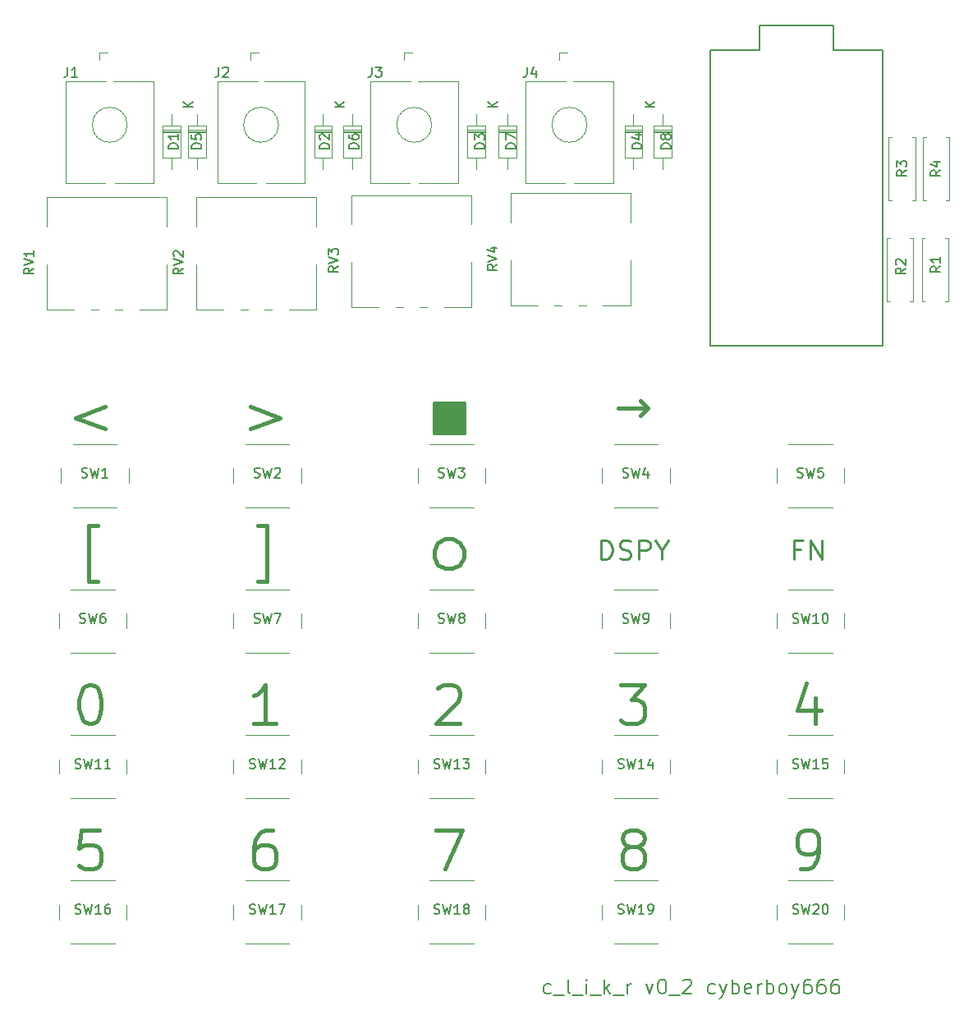
<source format=gbr>
G04 #@! TF.GenerationSoftware,KiCad,Pcbnew,(5.1.4-0-10_14)*
G04 #@! TF.CreationDate,2021-06-29T18:32:42+12:00*
G04 #@! TF.ProjectId,recur_control,72656375-725f-4636-9f6e-74726f6c2e6b,rev?*
G04 #@! TF.SameCoordinates,Original*
G04 #@! TF.FileFunction,Legend,Top*
G04 #@! TF.FilePolarity,Positive*
%FSLAX46Y46*%
G04 Gerber Fmt 4.6, Leading zero omitted, Abs format (unit mm)*
G04 Created by KiCad (PCBNEW (5.1.4-0-10_14)) date 2021-06-29 18:32:42*
%MOMM*%
%LPD*%
G04 APERTURE LIST*
%ADD10C,0.200000*%
%ADD11C,0.450000*%
%ADD12C,0.250000*%
%ADD13C,0.120000*%
%ADD14C,0.150000*%
G04 APERTURE END LIST*
D10*
X163464285Y-147607142D02*
X163321428Y-147678571D01*
X163035714Y-147678571D01*
X162892857Y-147607142D01*
X162821428Y-147535714D01*
X162750000Y-147392857D01*
X162750000Y-146964285D01*
X162821428Y-146821428D01*
X162892857Y-146750000D01*
X163035714Y-146678571D01*
X163321428Y-146678571D01*
X163464285Y-146750000D01*
X163750000Y-147821428D02*
X164892857Y-147821428D01*
X165464285Y-147678571D02*
X165321428Y-147607142D01*
X165250000Y-147464285D01*
X165250000Y-146178571D01*
X165678571Y-147821428D02*
X166821428Y-147821428D01*
X167178571Y-147678571D02*
X167178571Y-146678571D01*
X167178571Y-146178571D02*
X167107142Y-146250000D01*
X167178571Y-146321428D01*
X167250000Y-146250000D01*
X167178571Y-146178571D01*
X167178571Y-146321428D01*
X167535714Y-147821428D02*
X168678571Y-147821428D01*
X169035714Y-147678571D02*
X169035714Y-146178571D01*
X169178571Y-147107142D02*
X169607142Y-147678571D01*
X169607142Y-146678571D02*
X169035714Y-147250000D01*
X169892857Y-147821428D02*
X171035714Y-147821428D01*
X171392857Y-147678571D02*
X171392857Y-146678571D01*
X171392857Y-146964285D02*
X171464285Y-146821428D01*
X171535714Y-146750000D01*
X171678571Y-146678571D01*
X171821428Y-146678571D01*
X173321428Y-146678571D02*
X173678571Y-147678571D01*
X174035714Y-146678571D01*
X174892857Y-146178571D02*
X175035714Y-146178571D01*
X175178571Y-146250000D01*
X175250000Y-146321428D01*
X175321428Y-146464285D01*
X175392857Y-146750000D01*
X175392857Y-147107142D01*
X175321428Y-147392857D01*
X175250000Y-147535714D01*
X175178571Y-147607142D01*
X175035714Y-147678571D01*
X174892857Y-147678571D01*
X174750000Y-147607142D01*
X174678571Y-147535714D01*
X174607142Y-147392857D01*
X174535714Y-147107142D01*
X174535714Y-146750000D01*
X174607142Y-146464285D01*
X174678571Y-146321428D01*
X174750000Y-146250000D01*
X174892857Y-146178571D01*
X175678571Y-147821428D02*
X176821428Y-147821428D01*
X177107142Y-146321428D02*
X177178571Y-146250000D01*
X177321428Y-146178571D01*
X177678571Y-146178571D01*
X177821428Y-146250000D01*
X177892857Y-146321428D01*
X177964285Y-146464285D01*
X177964285Y-146607142D01*
X177892857Y-146821428D01*
X177035714Y-147678571D01*
X177964285Y-147678571D01*
X180392857Y-147607142D02*
X180250000Y-147678571D01*
X179964285Y-147678571D01*
X179821428Y-147607142D01*
X179750000Y-147535714D01*
X179678571Y-147392857D01*
X179678571Y-146964285D01*
X179750000Y-146821428D01*
X179821428Y-146750000D01*
X179964285Y-146678571D01*
X180250000Y-146678571D01*
X180392857Y-146750000D01*
X180892857Y-146678571D02*
X181250000Y-147678571D01*
X181607142Y-146678571D02*
X181250000Y-147678571D01*
X181107142Y-148035714D01*
X181035714Y-148107142D01*
X180892857Y-148178571D01*
X182178571Y-147678571D02*
X182178571Y-146178571D01*
X182178571Y-146750000D02*
X182321428Y-146678571D01*
X182607142Y-146678571D01*
X182750000Y-146750000D01*
X182821428Y-146821428D01*
X182892857Y-146964285D01*
X182892857Y-147392857D01*
X182821428Y-147535714D01*
X182750000Y-147607142D01*
X182607142Y-147678571D01*
X182321428Y-147678571D01*
X182178571Y-147607142D01*
X184107142Y-147607142D02*
X183964285Y-147678571D01*
X183678571Y-147678571D01*
X183535714Y-147607142D01*
X183464285Y-147464285D01*
X183464285Y-146892857D01*
X183535714Y-146750000D01*
X183678571Y-146678571D01*
X183964285Y-146678571D01*
X184107142Y-146750000D01*
X184178571Y-146892857D01*
X184178571Y-147035714D01*
X183464285Y-147178571D01*
X184821428Y-147678571D02*
X184821428Y-146678571D01*
X184821428Y-146964285D02*
X184892857Y-146821428D01*
X184964285Y-146750000D01*
X185107142Y-146678571D01*
X185250000Y-146678571D01*
X185750000Y-147678571D02*
X185750000Y-146178571D01*
X185750000Y-146750000D02*
X185892857Y-146678571D01*
X186178571Y-146678571D01*
X186321428Y-146750000D01*
X186392857Y-146821428D01*
X186464285Y-146964285D01*
X186464285Y-147392857D01*
X186392857Y-147535714D01*
X186321428Y-147607142D01*
X186178571Y-147678571D01*
X185892857Y-147678571D01*
X185750000Y-147607142D01*
X187321428Y-147678571D02*
X187178571Y-147607142D01*
X187107142Y-147535714D01*
X187035714Y-147392857D01*
X187035714Y-146964285D01*
X187107142Y-146821428D01*
X187178571Y-146750000D01*
X187321428Y-146678571D01*
X187535714Y-146678571D01*
X187678571Y-146750000D01*
X187750000Y-146821428D01*
X187821428Y-146964285D01*
X187821428Y-147392857D01*
X187750000Y-147535714D01*
X187678571Y-147607142D01*
X187535714Y-147678571D01*
X187321428Y-147678571D01*
X188321428Y-146678571D02*
X188678571Y-147678571D01*
X189035714Y-146678571D02*
X188678571Y-147678571D01*
X188535714Y-148035714D01*
X188464285Y-148107142D01*
X188321428Y-148178571D01*
X190250000Y-146178571D02*
X189964285Y-146178571D01*
X189821428Y-146250000D01*
X189750000Y-146321428D01*
X189607142Y-146535714D01*
X189535714Y-146821428D01*
X189535714Y-147392857D01*
X189607142Y-147535714D01*
X189678571Y-147607142D01*
X189821428Y-147678571D01*
X190107142Y-147678571D01*
X190250000Y-147607142D01*
X190321428Y-147535714D01*
X190392857Y-147392857D01*
X190392857Y-147035714D01*
X190321428Y-146892857D01*
X190250000Y-146821428D01*
X190107142Y-146750000D01*
X189821428Y-146750000D01*
X189678571Y-146821428D01*
X189607142Y-146892857D01*
X189535714Y-147035714D01*
X191678571Y-146178571D02*
X191392857Y-146178571D01*
X191250000Y-146250000D01*
X191178571Y-146321428D01*
X191035714Y-146535714D01*
X190964285Y-146821428D01*
X190964285Y-147392857D01*
X191035714Y-147535714D01*
X191107142Y-147607142D01*
X191250000Y-147678571D01*
X191535714Y-147678571D01*
X191678571Y-147607142D01*
X191750000Y-147535714D01*
X191821428Y-147392857D01*
X191821428Y-147035714D01*
X191750000Y-146892857D01*
X191678571Y-146821428D01*
X191535714Y-146750000D01*
X191250000Y-146750000D01*
X191107142Y-146821428D01*
X191035714Y-146892857D01*
X190964285Y-147035714D01*
X193107142Y-146178571D02*
X192821428Y-146178571D01*
X192678571Y-146250000D01*
X192607142Y-146321428D01*
X192464285Y-146535714D01*
X192392857Y-146821428D01*
X192392857Y-147392857D01*
X192464285Y-147535714D01*
X192535714Y-147607142D01*
X192678571Y-147678571D01*
X192964285Y-147678571D01*
X193107142Y-147607142D01*
X193178571Y-147535714D01*
X193250000Y-147392857D01*
X193250000Y-147035714D01*
X193178571Y-146892857D01*
X193107142Y-146821428D01*
X192964285Y-146750000D01*
X192678571Y-146750000D01*
X192535714Y-146821428D01*
X192464285Y-146892857D01*
X192392857Y-147035714D01*
D11*
X189238095Y-134809523D02*
X190000000Y-134809523D01*
X190380952Y-134619047D01*
X190571428Y-134428571D01*
X190952380Y-133857142D01*
X191142857Y-133095238D01*
X191142857Y-131571428D01*
X190952380Y-131190476D01*
X190761904Y-131000000D01*
X190380952Y-130809523D01*
X189619047Y-130809523D01*
X189238095Y-131000000D01*
X189047619Y-131190476D01*
X188857142Y-131571428D01*
X188857142Y-132523809D01*
X189047619Y-132904761D01*
X189238095Y-133095238D01*
X189619047Y-133285714D01*
X190380952Y-133285714D01*
X190761904Y-133095238D01*
X190952380Y-132904761D01*
X191142857Y-132523809D01*
X171619047Y-132523809D02*
X171238095Y-132333333D01*
X171047619Y-132142857D01*
X170857142Y-131761904D01*
X170857142Y-131571428D01*
X171047619Y-131190476D01*
X171238095Y-131000000D01*
X171619047Y-130809523D01*
X172380952Y-130809523D01*
X172761904Y-131000000D01*
X172952380Y-131190476D01*
X173142857Y-131571428D01*
X173142857Y-131761904D01*
X172952380Y-132142857D01*
X172761904Y-132333333D01*
X172380952Y-132523809D01*
X171619047Y-132523809D01*
X171238095Y-132714285D01*
X171047619Y-132904761D01*
X170857142Y-133285714D01*
X170857142Y-134047619D01*
X171047619Y-134428571D01*
X171238095Y-134619047D01*
X171619047Y-134809523D01*
X172380952Y-134809523D01*
X172761904Y-134619047D01*
X172952380Y-134428571D01*
X173142857Y-134047619D01*
X173142857Y-133285714D01*
X172952380Y-132904761D01*
X172761904Y-132714285D01*
X172380952Y-132523809D01*
X151666666Y-130809523D02*
X154333333Y-130809523D01*
X152619047Y-134809523D01*
X134761904Y-130809523D02*
X134000000Y-130809523D01*
X133619047Y-131000000D01*
X133428571Y-131190476D01*
X133047619Y-131761904D01*
X132857142Y-132523809D01*
X132857142Y-134047619D01*
X133047619Y-134428571D01*
X133238095Y-134619047D01*
X133619047Y-134809523D01*
X134380952Y-134809523D01*
X134761904Y-134619047D01*
X134952380Y-134428571D01*
X135142857Y-134047619D01*
X135142857Y-133095238D01*
X134952380Y-132714285D01*
X134761904Y-132523809D01*
X134380952Y-132333333D01*
X133619047Y-132333333D01*
X133238095Y-132523809D01*
X133047619Y-132714285D01*
X132857142Y-133095238D01*
X116952380Y-130809523D02*
X115047619Y-130809523D01*
X114857142Y-132714285D01*
X115047619Y-132523809D01*
X115428571Y-132333333D01*
X116380952Y-132333333D01*
X116761904Y-132523809D01*
X116952380Y-132714285D01*
X117142857Y-133095238D01*
X117142857Y-134047619D01*
X116952380Y-134428571D01*
X116761904Y-134619047D01*
X116380952Y-134809523D01*
X115428571Y-134809523D01*
X115047619Y-134619047D01*
X114857142Y-134428571D01*
X190761904Y-117142857D02*
X190761904Y-119809523D01*
X189809523Y-115619047D02*
X188857142Y-118476190D01*
X191333333Y-118476190D01*
X170666666Y-115809523D02*
X173142857Y-115809523D01*
X171809523Y-117333333D01*
X172380952Y-117333333D01*
X172761904Y-117523809D01*
X172952380Y-117714285D01*
X173142857Y-118095238D01*
X173142857Y-119047619D01*
X172952380Y-119428571D01*
X172761904Y-119619047D01*
X172380952Y-119809523D01*
X171238095Y-119809523D01*
X170857142Y-119619047D01*
X170666666Y-119428571D01*
X151857142Y-116190476D02*
X152047619Y-116000000D01*
X152428571Y-115809523D01*
X153380952Y-115809523D01*
X153761904Y-116000000D01*
X153952380Y-116190476D01*
X154142857Y-116571428D01*
X154142857Y-116952380D01*
X153952380Y-117523809D01*
X151666666Y-119809523D01*
X154142857Y-119809523D01*
X135142857Y-119809523D02*
X132857142Y-119809523D01*
X134000000Y-119809523D02*
X134000000Y-115809523D01*
X133619047Y-116380952D01*
X133238095Y-116761904D01*
X132857142Y-116952380D01*
X115809523Y-115809523D02*
X116190476Y-115809523D01*
X116571428Y-116000000D01*
X116761904Y-116190476D01*
X116952380Y-116571428D01*
X117142857Y-117333333D01*
X117142857Y-118285714D01*
X116952380Y-119047619D01*
X116761904Y-119428571D01*
X116571428Y-119619047D01*
X116190476Y-119809523D01*
X115809523Y-119809523D01*
X115428571Y-119619047D01*
X115238095Y-119428571D01*
X115047619Y-119047619D01*
X114857142Y-118285714D01*
X114857142Y-117333333D01*
X115047619Y-116571428D01*
X115238095Y-116190476D01*
X115428571Y-116000000D01*
X115809523Y-115809523D01*
D12*
X189238095Y-101857142D02*
X188571428Y-101857142D01*
X188571428Y-102904761D02*
X188571428Y-100904761D01*
X189523809Y-100904761D01*
X190285714Y-102904761D02*
X190285714Y-100904761D01*
X191428571Y-102904761D01*
X191428571Y-100904761D01*
X168666666Y-102904761D02*
X168666666Y-100904761D01*
X169142857Y-100904761D01*
X169428571Y-101000000D01*
X169619047Y-101190476D01*
X169714285Y-101380952D01*
X169809523Y-101761904D01*
X169809523Y-102047619D01*
X169714285Y-102428571D01*
X169619047Y-102619047D01*
X169428571Y-102809523D01*
X169142857Y-102904761D01*
X168666666Y-102904761D01*
X170571428Y-102809523D02*
X170857142Y-102904761D01*
X171333333Y-102904761D01*
X171523809Y-102809523D01*
X171619047Y-102714285D01*
X171714285Y-102523809D01*
X171714285Y-102333333D01*
X171619047Y-102142857D01*
X171523809Y-102047619D01*
X171333333Y-101952380D01*
X170952380Y-101857142D01*
X170761904Y-101761904D01*
X170666666Y-101666666D01*
X170571428Y-101476190D01*
X170571428Y-101285714D01*
X170666666Y-101095238D01*
X170761904Y-101000000D01*
X170952380Y-100904761D01*
X171428571Y-100904761D01*
X171714285Y-101000000D01*
X172571428Y-102904761D02*
X172571428Y-100904761D01*
X173333333Y-100904761D01*
X173523809Y-101000000D01*
X173619047Y-101095238D01*
X173714285Y-101285714D01*
X173714285Y-101571428D01*
X173619047Y-101761904D01*
X173523809Y-101857142D01*
X173333333Y-101952380D01*
X172571428Y-101952380D01*
X174952380Y-101952380D02*
X174952380Y-102904761D01*
X174285714Y-100904761D02*
X174952380Y-101952380D01*
X175619047Y-100904761D01*
D11*
X152619047Y-100761904D02*
X153380952Y-100761904D01*
X154142857Y-101142857D01*
X154523809Y-101904761D01*
X154523809Y-102666666D01*
X154142857Y-103428571D01*
X153380952Y-103809523D01*
X152619047Y-103809523D01*
X151857142Y-103428571D01*
X151476190Y-102666666D01*
X151476190Y-101904761D01*
X151857142Y-101142857D01*
X152619047Y-100761904D01*
X133238095Y-105142857D02*
X134190476Y-105142857D01*
X134190476Y-99428571D01*
X133238095Y-99428571D01*
X116761904Y-105142857D02*
X115809523Y-105142857D01*
X115809523Y-99428571D01*
X116761904Y-99428571D01*
X170476190Y-87285714D02*
X173523809Y-87285714D01*
X172761904Y-88047619D02*
X173523809Y-87285714D01*
X172761904Y-86523809D01*
X151666666Y-86761904D02*
X151666666Y-89809523D01*
X151857142Y-89809523D02*
X151857142Y-86761904D01*
X152047619Y-86761904D02*
X152047619Y-89809523D01*
X152238095Y-89809523D02*
X152238095Y-86761904D01*
X152428571Y-86761904D02*
X152428571Y-89809523D01*
X152619047Y-89809523D02*
X152619047Y-86761904D01*
X152809523Y-86761904D02*
X152809523Y-89809523D01*
X153000000Y-89809523D02*
X153000000Y-86761904D01*
X153190476Y-86761904D02*
X153190476Y-89809523D01*
X153380952Y-89809523D02*
X153380952Y-86761904D01*
X153571428Y-86761904D02*
X153571428Y-89809523D01*
X153761904Y-89809523D02*
X153761904Y-86761904D01*
X153952380Y-86761904D02*
X153952380Y-89809523D01*
X154142857Y-89809523D02*
X154142857Y-86761904D01*
X154333333Y-86761904D02*
X154333333Y-89809523D01*
X151476190Y-86761904D02*
X154523809Y-86761904D01*
X154523809Y-89809523D01*
X151476190Y-89809523D01*
X151476190Y-86761904D01*
X132476190Y-87142857D02*
X135523809Y-88285714D01*
X132476190Y-89428571D01*
X117523809Y-87142857D02*
X114476190Y-88285714D01*
X117523809Y-89428571D01*
D13*
X125320000Y-58626000D02*
X123480000Y-58626000D01*
X125320000Y-58866000D02*
X123480000Y-58866000D01*
X125320000Y-58746000D02*
X123480000Y-58746000D01*
X124400000Y-62630000D02*
X124400000Y-61450000D01*
X124400000Y-56990000D02*
X124400000Y-58170000D01*
X125320000Y-61450000D02*
X125320000Y-58170000D01*
X123480000Y-61450000D02*
X125320000Y-61450000D01*
X123480000Y-58170000D02*
X123480000Y-61450000D01*
X125320000Y-58170000D02*
X123480000Y-58170000D01*
X140920000Y-58626000D02*
X139080000Y-58626000D01*
X140920000Y-58866000D02*
X139080000Y-58866000D01*
X140920000Y-58746000D02*
X139080000Y-58746000D01*
X140000000Y-62630000D02*
X140000000Y-61450000D01*
X140000000Y-56990000D02*
X140000000Y-58170000D01*
X140920000Y-61450000D02*
X140920000Y-58170000D01*
X139080000Y-61450000D02*
X140920000Y-61450000D01*
X139080000Y-58170000D02*
X139080000Y-61450000D01*
X140920000Y-58170000D02*
X139080000Y-58170000D01*
X156720000Y-58626000D02*
X154880000Y-58626000D01*
X156720000Y-58866000D02*
X154880000Y-58866000D01*
X156720000Y-58746000D02*
X154880000Y-58746000D01*
X155800000Y-62630000D02*
X155800000Y-61450000D01*
X155800000Y-56990000D02*
X155800000Y-58170000D01*
X156720000Y-61450000D02*
X156720000Y-58170000D01*
X154880000Y-61450000D02*
X156720000Y-61450000D01*
X154880000Y-58170000D02*
X154880000Y-61450000D01*
X156720000Y-58170000D02*
X154880000Y-58170000D01*
X172920000Y-58626000D02*
X171080000Y-58626000D01*
X172920000Y-58866000D02*
X171080000Y-58866000D01*
X172920000Y-58746000D02*
X171080000Y-58746000D01*
X172000000Y-62630000D02*
X172000000Y-61450000D01*
X172000000Y-56990000D02*
X172000000Y-58170000D01*
X172920000Y-61450000D02*
X172920000Y-58170000D01*
X171080000Y-61450000D02*
X172920000Y-61450000D01*
X171080000Y-58170000D02*
X171080000Y-61450000D01*
X172920000Y-58170000D02*
X171080000Y-58170000D01*
X127920000Y-58626000D02*
X126080000Y-58626000D01*
X127920000Y-58866000D02*
X126080000Y-58866000D01*
X127920000Y-58746000D02*
X126080000Y-58746000D01*
X127000000Y-62630000D02*
X127000000Y-61450000D01*
X127000000Y-56990000D02*
X127000000Y-58170000D01*
X127920000Y-61450000D02*
X127920000Y-58170000D01*
X126080000Y-61450000D02*
X127920000Y-61450000D01*
X126080000Y-58170000D02*
X126080000Y-61450000D01*
X127920000Y-58170000D02*
X126080000Y-58170000D01*
X143920000Y-58626000D02*
X142080000Y-58626000D01*
X143920000Y-58866000D02*
X142080000Y-58866000D01*
X143920000Y-58746000D02*
X142080000Y-58746000D01*
X143000000Y-62630000D02*
X143000000Y-61450000D01*
X143000000Y-56990000D02*
X143000000Y-58170000D01*
X143920000Y-61450000D02*
X143920000Y-58170000D01*
X142080000Y-61450000D02*
X143920000Y-61450000D01*
X142080000Y-58170000D02*
X142080000Y-61450000D01*
X143920000Y-58170000D02*
X142080000Y-58170000D01*
X159920000Y-58626000D02*
X158080000Y-58626000D01*
X159920000Y-58866000D02*
X158080000Y-58866000D01*
X159920000Y-58746000D02*
X158080000Y-58746000D01*
X159000000Y-62630000D02*
X159000000Y-61450000D01*
X159000000Y-56990000D02*
X159000000Y-58170000D01*
X159920000Y-61450000D02*
X159920000Y-58170000D01*
X158080000Y-61450000D02*
X159920000Y-61450000D01*
X158080000Y-58170000D02*
X158080000Y-61450000D01*
X159920000Y-58170000D02*
X158080000Y-58170000D01*
X175920000Y-58626000D02*
X174080000Y-58626000D01*
X175920000Y-58866000D02*
X174080000Y-58866000D01*
X175920000Y-58746000D02*
X174080000Y-58746000D01*
X175000000Y-62630000D02*
X175000000Y-61450000D01*
X175000000Y-56990000D02*
X175000000Y-58170000D01*
X175920000Y-61450000D02*
X175920000Y-58170000D01*
X174080000Y-61450000D02*
X175920000Y-61450000D01*
X174080000Y-58170000D02*
X174080000Y-61450000D01*
X175920000Y-58170000D02*
X174080000Y-58170000D01*
X116940000Y-50600000D02*
X117800000Y-50600000D01*
X116940000Y-50600000D02*
X116940000Y-51400000D01*
X119800000Y-58080000D02*
G75*
G03X119800000Y-58080000I-1800000J0D01*
G01*
X117650000Y-53580000D02*
X113500000Y-53580000D01*
X122500000Y-53580000D02*
X118350000Y-53580000D01*
X117500000Y-64080000D02*
X113500000Y-64080000D01*
X122500000Y-64080000D02*
X118500000Y-64080000D01*
X122500000Y-53580000D02*
X122500000Y-64080000D01*
X113500000Y-53580000D02*
X113500000Y-64080000D01*
X132540000Y-50600000D02*
X133400000Y-50600000D01*
X132540000Y-50600000D02*
X132540000Y-51400000D01*
X135400000Y-58080000D02*
G75*
G03X135400000Y-58080000I-1800000J0D01*
G01*
X133250000Y-53580000D02*
X129100000Y-53580000D01*
X138100000Y-53580000D02*
X133950000Y-53580000D01*
X133100000Y-64080000D02*
X129100000Y-64080000D01*
X138100000Y-64080000D02*
X134100000Y-64080000D01*
X138100000Y-53580000D02*
X138100000Y-64080000D01*
X129100000Y-53580000D02*
X129100000Y-64080000D01*
X148340000Y-50600000D02*
X149200000Y-50600000D01*
X148340000Y-50600000D02*
X148340000Y-51400000D01*
X151200000Y-58080000D02*
G75*
G03X151200000Y-58080000I-1800000J0D01*
G01*
X149050000Y-53580000D02*
X144900000Y-53580000D01*
X153900000Y-53580000D02*
X149750000Y-53580000D01*
X148900000Y-64080000D02*
X144900000Y-64080000D01*
X153900000Y-64080000D02*
X149900000Y-64080000D01*
X153900000Y-53580000D02*
X153900000Y-64080000D01*
X144900000Y-53580000D02*
X144900000Y-64080000D01*
X164340000Y-50600000D02*
X165200000Y-50600000D01*
X164340000Y-50600000D02*
X164340000Y-51400000D01*
X167200000Y-58080000D02*
G75*
G03X167200000Y-58080000I-1800000J0D01*
G01*
X165050000Y-53580000D02*
X160900000Y-53580000D01*
X169900000Y-53580000D02*
X165750000Y-53580000D01*
X164900000Y-64080000D02*
X160900000Y-64080000D01*
X169900000Y-64080000D02*
X165900000Y-64080000D01*
X169900000Y-53580000D02*
X169900000Y-64080000D01*
X160900000Y-53580000D02*
X160900000Y-64080000D01*
X111530000Y-65530000D02*
X123870000Y-65530000D01*
X121070000Y-77120000D02*
X123870000Y-77120000D01*
X118571000Y-77120000D02*
X119330000Y-77120000D01*
X116071000Y-77120000D02*
X116830000Y-77120000D01*
X111530000Y-77120000D02*
X114329000Y-77120000D01*
X123870000Y-68545000D02*
X123870000Y-65530000D01*
X123870000Y-77120000D02*
X123870000Y-72454000D01*
X111530000Y-68545000D02*
X111530000Y-65530000D01*
X111530000Y-77120000D02*
X111530000Y-72454000D01*
X126930000Y-65530000D02*
X139270000Y-65530000D01*
X136470000Y-77120000D02*
X139270000Y-77120000D01*
X133971000Y-77120000D02*
X134730000Y-77120000D01*
X131471000Y-77120000D02*
X132230000Y-77120000D01*
X126930000Y-77120000D02*
X129729000Y-77120000D01*
X139270000Y-68545000D02*
X139270000Y-65530000D01*
X139270000Y-77120000D02*
X139270000Y-72454000D01*
X126930000Y-68545000D02*
X126930000Y-65530000D01*
X126930000Y-77120000D02*
X126930000Y-72454000D01*
X142930000Y-65330000D02*
X155270000Y-65330000D01*
X152470000Y-76920000D02*
X155270000Y-76920000D01*
X149971000Y-76920000D02*
X150730000Y-76920000D01*
X147471000Y-76920000D02*
X148230000Y-76920000D01*
X142930000Y-76920000D02*
X145729000Y-76920000D01*
X155270000Y-68345000D02*
X155270000Y-65330000D01*
X155270000Y-76920000D02*
X155270000Y-72254000D01*
X142930000Y-68345000D02*
X142930000Y-65330000D01*
X142930000Y-76920000D02*
X142930000Y-72254000D01*
X159330000Y-65130000D02*
X171670000Y-65130000D01*
X168870000Y-76720000D02*
X171670000Y-76720000D01*
X166371000Y-76720000D02*
X167130000Y-76720000D01*
X163871000Y-76720000D02*
X164630000Y-76720000D01*
X159330000Y-76720000D02*
X162129000Y-76720000D01*
X171670000Y-68145000D02*
X171670000Y-65130000D01*
X171670000Y-76720000D02*
X171670000Y-72054000D01*
X159330000Y-68145000D02*
X159330000Y-65130000D01*
X159330000Y-76720000D02*
X159330000Y-72054000D01*
X119950000Y-95000000D02*
X119950000Y-93500000D01*
X118700000Y-91000000D02*
X114200000Y-91000000D01*
X112950000Y-93500000D02*
X112950000Y-95000000D01*
X114200000Y-97500000D02*
X118700000Y-97500000D01*
X137750000Y-95000000D02*
X137750000Y-93500000D01*
X136500000Y-91000000D02*
X132000000Y-91000000D01*
X130750000Y-93500000D02*
X130750000Y-95000000D01*
X132000000Y-97500000D02*
X136500000Y-97500000D01*
X156750000Y-95000000D02*
X156750000Y-93500000D01*
X155500000Y-91000000D02*
X151000000Y-91000000D01*
X149750000Y-93500000D02*
X149750000Y-95000000D01*
X151000000Y-97500000D02*
X155500000Y-97500000D01*
X175750000Y-95000000D02*
X175750000Y-93500000D01*
X174500000Y-91000000D02*
X170000000Y-91000000D01*
X168750000Y-93500000D02*
X168750000Y-95000000D01*
X170000000Y-97500000D02*
X174500000Y-97500000D01*
X193750000Y-95000000D02*
X193750000Y-93500000D01*
X192500000Y-91000000D02*
X188000000Y-91000000D01*
X186750000Y-93500000D02*
X186750000Y-95000000D01*
X188000000Y-97500000D02*
X192500000Y-97500000D01*
X119750000Y-110000000D02*
X119750000Y-108500000D01*
X118500000Y-106000000D02*
X114000000Y-106000000D01*
X112750000Y-108500000D02*
X112750000Y-110000000D01*
X114000000Y-112500000D02*
X118500000Y-112500000D01*
X137750000Y-110000000D02*
X137750000Y-108500000D01*
X136500000Y-106000000D02*
X132000000Y-106000000D01*
X130750000Y-108500000D02*
X130750000Y-110000000D01*
X132000000Y-112500000D02*
X136500000Y-112500000D01*
X156750000Y-110000000D02*
X156750000Y-108500000D01*
X155500000Y-106000000D02*
X151000000Y-106000000D01*
X149750000Y-108500000D02*
X149750000Y-110000000D01*
X151000000Y-112500000D02*
X155500000Y-112500000D01*
X175750000Y-110000000D02*
X175750000Y-108500000D01*
X174500000Y-106000000D02*
X170000000Y-106000000D01*
X168750000Y-108500000D02*
X168750000Y-110000000D01*
X170000000Y-112500000D02*
X174500000Y-112500000D01*
X193750000Y-110000000D02*
X193750000Y-108500000D01*
X192500000Y-106000000D02*
X188000000Y-106000000D01*
X186750000Y-108500000D02*
X186750000Y-110000000D01*
X188000000Y-112500000D02*
X192500000Y-112500000D01*
X119750000Y-125000000D02*
X119750000Y-123500000D01*
X118500000Y-121000000D02*
X114000000Y-121000000D01*
X112750000Y-123500000D02*
X112750000Y-125000000D01*
X114000000Y-127500000D02*
X118500000Y-127500000D01*
X137750000Y-125000000D02*
X137750000Y-123500000D01*
X136500000Y-121000000D02*
X132000000Y-121000000D01*
X130750000Y-123500000D02*
X130750000Y-125000000D01*
X132000000Y-127500000D02*
X136500000Y-127500000D01*
X156750000Y-125000000D02*
X156750000Y-123500000D01*
X155500000Y-121000000D02*
X151000000Y-121000000D01*
X149750000Y-123500000D02*
X149750000Y-125000000D01*
X151000000Y-127500000D02*
X155500000Y-127500000D01*
X175750000Y-125000000D02*
X175750000Y-123500000D01*
X174500000Y-121000000D02*
X170000000Y-121000000D01*
X168750000Y-123500000D02*
X168750000Y-125000000D01*
X170000000Y-127500000D02*
X174500000Y-127500000D01*
X193750000Y-125000000D02*
X193750000Y-123500000D01*
X192500000Y-121000000D02*
X188000000Y-121000000D01*
X186750000Y-123500000D02*
X186750000Y-125000000D01*
X188000000Y-127500000D02*
X192500000Y-127500000D01*
X119750000Y-140000000D02*
X119750000Y-138500000D01*
X118500000Y-136000000D02*
X114000000Y-136000000D01*
X112750000Y-138500000D02*
X112750000Y-140000000D01*
X114000000Y-142500000D02*
X118500000Y-142500000D01*
X137750000Y-140000000D02*
X137750000Y-138500000D01*
X136500000Y-136000000D02*
X132000000Y-136000000D01*
X130750000Y-138500000D02*
X130750000Y-140000000D01*
X132000000Y-142500000D02*
X136500000Y-142500000D01*
X156750000Y-140000000D02*
X156750000Y-138500000D01*
X155500000Y-136000000D02*
X151000000Y-136000000D01*
X149750000Y-138500000D02*
X149750000Y-140000000D01*
X151000000Y-142500000D02*
X155500000Y-142500000D01*
X175750000Y-140000000D02*
X175750000Y-138500000D01*
X174500000Y-136000000D02*
X170000000Y-136000000D01*
X168750000Y-138500000D02*
X168750000Y-140000000D01*
X170000000Y-142500000D02*
X174500000Y-142500000D01*
X193750000Y-140000000D02*
X193750000Y-138500000D01*
X192500000Y-136000000D02*
X188000000Y-136000000D01*
X186750000Y-138500000D02*
X186750000Y-140000000D01*
X188000000Y-142500000D02*
X192500000Y-142500000D01*
D14*
X197690000Y-80840000D02*
X179910000Y-80840000D01*
X197690000Y-50360000D02*
X197690000Y-80840000D01*
X192610000Y-50360000D02*
X197690000Y-50360000D01*
X192610000Y-47820000D02*
X192610000Y-50360000D01*
X184990000Y-47820000D02*
X192610000Y-47820000D01*
X184990000Y-50360000D02*
X184990000Y-47820000D01*
X179910000Y-50360000D02*
X184990000Y-50360000D01*
X179910000Y-50360000D02*
X179910000Y-80840000D01*
D13*
X201730000Y-76280000D02*
X202060000Y-76280000D01*
X201730000Y-69740000D02*
X201730000Y-76280000D01*
X202060000Y-69740000D02*
X201730000Y-69740000D01*
X204470000Y-76280000D02*
X204140000Y-76280000D01*
X204470000Y-69740000D02*
X204470000Y-76280000D01*
X204140000Y-69740000D02*
X204470000Y-69740000D01*
X200540000Y-69740000D02*
X200870000Y-69740000D01*
X200870000Y-69740000D02*
X200870000Y-76280000D01*
X200870000Y-76280000D02*
X200540000Y-76280000D01*
X198460000Y-69740000D02*
X198130000Y-69740000D01*
X198130000Y-69740000D02*
X198130000Y-76280000D01*
X198130000Y-76280000D02*
X198460000Y-76280000D01*
X201070000Y-59320000D02*
X200740000Y-59320000D01*
X201070000Y-65860000D02*
X201070000Y-59320000D01*
X200740000Y-65860000D02*
X201070000Y-65860000D01*
X198330000Y-59320000D02*
X198660000Y-59320000D01*
X198330000Y-65860000D02*
X198330000Y-59320000D01*
X198660000Y-65860000D02*
X198330000Y-65860000D01*
X202160000Y-65860000D02*
X201830000Y-65860000D01*
X201830000Y-65860000D02*
X201830000Y-59320000D01*
X201830000Y-59320000D02*
X202160000Y-59320000D01*
X204240000Y-65860000D02*
X204570000Y-65860000D01*
X204570000Y-65860000D02*
X204570000Y-59320000D01*
X204570000Y-59320000D02*
X204240000Y-59320000D01*
D14*
X125052380Y-60548095D02*
X124052380Y-60548095D01*
X124052380Y-60310000D01*
X124100000Y-60167142D01*
X124195238Y-60071904D01*
X124290476Y-60024285D01*
X124480952Y-59976666D01*
X124623809Y-59976666D01*
X124814285Y-60024285D01*
X124909523Y-60071904D01*
X125004761Y-60167142D01*
X125052380Y-60310000D01*
X125052380Y-60548095D01*
X125052380Y-59024285D02*
X125052380Y-59595714D01*
X125052380Y-59310000D02*
X124052380Y-59310000D01*
X124195238Y-59405238D01*
X124290476Y-59500476D01*
X124338095Y-59595714D01*
X126602380Y-56261904D02*
X125602380Y-56261904D01*
X126602380Y-55690476D02*
X126030952Y-56119047D01*
X125602380Y-55690476D02*
X126173809Y-56261904D01*
X140652380Y-60548095D02*
X139652380Y-60548095D01*
X139652380Y-60310000D01*
X139700000Y-60167142D01*
X139795238Y-60071904D01*
X139890476Y-60024285D01*
X140080952Y-59976666D01*
X140223809Y-59976666D01*
X140414285Y-60024285D01*
X140509523Y-60071904D01*
X140604761Y-60167142D01*
X140652380Y-60310000D01*
X140652380Y-60548095D01*
X139747619Y-59595714D02*
X139700000Y-59548095D01*
X139652380Y-59452857D01*
X139652380Y-59214761D01*
X139700000Y-59119523D01*
X139747619Y-59071904D01*
X139842857Y-59024285D01*
X139938095Y-59024285D01*
X140080952Y-59071904D01*
X140652380Y-59643333D01*
X140652380Y-59024285D01*
X142202380Y-56261904D02*
X141202380Y-56261904D01*
X142202380Y-55690476D02*
X141630952Y-56119047D01*
X141202380Y-55690476D02*
X141773809Y-56261904D01*
X156652380Y-60538095D02*
X155652380Y-60538095D01*
X155652380Y-60300000D01*
X155700000Y-60157142D01*
X155795238Y-60061904D01*
X155890476Y-60014285D01*
X156080952Y-59966666D01*
X156223809Y-59966666D01*
X156414285Y-60014285D01*
X156509523Y-60061904D01*
X156604761Y-60157142D01*
X156652380Y-60300000D01*
X156652380Y-60538095D01*
X155652380Y-59633333D02*
X155652380Y-59014285D01*
X156033333Y-59347619D01*
X156033333Y-59204761D01*
X156080952Y-59109523D01*
X156128571Y-59061904D01*
X156223809Y-59014285D01*
X156461904Y-59014285D01*
X156557142Y-59061904D01*
X156604761Y-59109523D01*
X156652380Y-59204761D01*
X156652380Y-59490476D01*
X156604761Y-59585714D01*
X156557142Y-59633333D01*
X158002380Y-56261904D02*
X157002380Y-56261904D01*
X158002380Y-55690476D02*
X157430952Y-56119047D01*
X157002380Y-55690476D02*
X157573809Y-56261904D01*
X172852380Y-60538095D02*
X171852380Y-60538095D01*
X171852380Y-60300000D01*
X171900000Y-60157142D01*
X171995238Y-60061904D01*
X172090476Y-60014285D01*
X172280952Y-59966666D01*
X172423809Y-59966666D01*
X172614285Y-60014285D01*
X172709523Y-60061904D01*
X172804761Y-60157142D01*
X172852380Y-60300000D01*
X172852380Y-60538095D01*
X172185714Y-59109523D02*
X172852380Y-59109523D01*
X171804761Y-59347619D02*
X172519047Y-59585714D01*
X172519047Y-58966666D01*
X174202380Y-56261904D02*
X173202380Y-56261904D01*
X174202380Y-55690476D02*
X173630952Y-56119047D01*
X173202380Y-55690476D02*
X173773809Y-56261904D01*
X127452380Y-60548095D02*
X126452380Y-60548095D01*
X126452380Y-60310000D01*
X126500000Y-60167142D01*
X126595238Y-60071904D01*
X126690476Y-60024285D01*
X126880952Y-59976666D01*
X127023809Y-59976666D01*
X127214285Y-60024285D01*
X127309523Y-60071904D01*
X127404761Y-60167142D01*
X127452380Y-60310000D01*
X127452380Y-60548095D01*
X126452380Y-59071904D02*
X126452380Y-59548095D01*
X126928571Y-59595714D01*
X126880952Y-59548095D01*
X126833333Y-59452857D01*
X126833333Y-59214761D01*
X126880952Y-59119523D01*
X126928571Y-59071904D01*
X127023809Y-59024285D01*
X127261904Y-59024285D01*
X127357142Y-59071904D01*
X127404761Y-59119523D01*
X127452380Y-59214761D01*
X127452380Y-59452857D01*
X127404761Y-59548095D01*
X127357142Y-59595714D01*
X143652380Y-60548095D02*
X142652380Y-60548095D01*
X142652380Y-60310000D01*
X142700000Y-60167142D01*
X142795238Y-60071904D01*
X142890476Y-60024285D01*
X143080952Y-59976666D01*
X143223809Y-59976666D01*
X143414285Y-60024285D01*
X143509523Y-60071904D01*
X143604761Y-60167142D01*
X143652380Y-60310000D01*
X143652380Y-60548095D01*
X142652380Y-59119523D02*
X142652380Y-59310000D01*
X142700000Y-59405238D01*
X142747619Y-59452857D01*
X142890476Y-59548095D01*
X143080952Y-59595714D01*
X143461904Y-59595714D01*
X143557142Y-59548095D01*
X143604761Y-59500476D01*
X143652380Y-59405238D01*
X143652380Y-59214761D01*
X143604761Y-59119523D01*
X143557142Y-59071904D01*
X143461904Y-59024285D01*
X143223809Y-59024285D01*
X143128571Y-59071904D01*
X143080952Y-59119523D01*
X143033333Y-59214761D01*
X143033333Y-59405238D01*
X143080952Y-59500476D01*
X143128571Y-59548095D01*
X143223809Y-59595714D01*
X159852380Y-60538095D02*
X158852380Y-60538095D01*
X158852380Y-60300000D01*
X158900000Y-60157142D01*
X158995238Y-60061904D01*
X159090476Y-60014285D01*
X159280952Y-59966666D01*
X159423809Y-59966666D01*
X159614285Y-60014285D01*
X159709523Y-60061904D01*
X159804761Y-60157142D01*
X159852380Y-60300000D01*
X159852380Y-60538095D01*
X158852380Y-59633333D02*
X158852380Y-58966666D01*
X159852380Y-59395238D01*
X175852380Y-60548095D02*
X174852380Y-60548095D01*
X174852380Y-60310000D01*
X174900000Y-60167142D01*
X174995238Y-60071904D01*
X175090476Y-60024285D01*
X175280952Y-59976666D01*
X175423809Y-59976666D01*
X175614285Y-60024285D01*
X175709523Y-60071904D01*
X175804761Y-60167142D01*
X175852380Y-60310000D01*
X175852380Y-60548095D01*
X175280952Y-59405238D02*
X175233333Y-59500476D01*
X175185714Y-59548095D01*
X175090476Y-59595714D01*
X175042857Y-59595714D01*
X174947619Y-59548095D01*
X174900000Y-59500476D01*
X174852380Y-59405238D01*
X174852380Y-59214761D01*
X174900000Y-59119523D01*
X174947619Y-59071904D01*
X175042857Y-59024285D01*
X175090476Y-59024285D01*
X175185714Y-59071904D01*
X175233333Y-59119523D01*
X175280952Y-59214761D01*
X175280952Y-59405238D01*
X175328571Y-59500476D01*
X175376190Y-59548095D01*
X175471428Y-59595714D01*
X175661904Y-59595714D01*
X175757142Y-59548095D01*
X175804761Y-59500476D01*
X175852380Y-59405238D01*
X175852380Y-59214761D01*
X175804761Y-59119523D01*
X175757142Y-59071904D01*
X175661904Y-59024285D01*
X175471428Y-59024285D01*
X175376190Y-59071904D01*
X175328571Y-59119523D01*
X175280952Y-59214761D01*
X113636666Y-52132380D02*
X113636666Y-52846666D01*
X113589047Y-52989523D01*
X113493809Y-53084761D01*
X113350952Y-53132380D01*
X113255714Y-53132380D01*
X114636666Y-53132380D02*
X114065238Y-53132380D01*
X114350952Y-53132380D02*
X114350952Y-52132380D01*
X114255714Y-52275238D01*
X114160476Y-52370476D01*
X114065238Y-52418095D01*
X129236666Y-52132380D02*
X129236666Y-52846666D01*
X129189047Y-52989523D01*
X129093809Y-53084761D01*
X128950952Y-53132380D01*
X128855714Y-53132380D01*
X129665238Y-52227619D02*
X129712857Y-52180000D01*
X129808095Y-52132380D01*
X130046190Y-52132380D01*
X130141428Y-52180000D01*
X130189047Y-52227619D01*
X130236666Y-52322857D01*
X130236666Y-52418095D01*
X130189047Y-52560952D01*
X129617619Y-53132380D01*
X130236666Y-53132380D01*
X145036666Y-52132380D02*
X145036666Y-52846666D01*
X144989047Y-52989523D01*
X144893809Y-53084761D01*
X144750952Y-53132380D01*
X144655714Y-53132380D01*
X145417619Y-52132380D02*
X146036666Y-52132380D01*
X145703333Y-52513333D01*
X145846190Y-52513333D01*
X145941428Y-52560952D01*
X145989047Y-52608571D01*
X146036666Y-52703809D01*
X146036666Y-52941904D01*
X145989047Y-53037142D01*
X145941428Y-53084761D01*
X145846190Y-53132380D01*
X145560476Y-53132380D01*
X145465238Y-53084761D01*
X145417619Y-53037142D01*
X161036666Y-52132380D02*
X161036666Y-52846666D01*
X160989047Y-52989523D01*
X160893809Y-53084761D01*
X160750952Y-53132380D01*
X160655714Y-53132380D01*
X161941428Y-52465714D02*
X161941428Y-53132380D01*
X161703333Y-52084761D02*
X161465238Y-52799047D01*
X162084285Y-52799047D01*
X110152380Y-72870238D02*
X109676190Y-73203571D01*
X110152380Y-73441666D02*
X109152380Y-73441666D01*
X109152380Y-73060714D01*
X109200000Y-72965476D01*
X109247619Y-72917857D01*
X109342857Y-72870238D01*
X109485714Y-72870238D01*
X109580952Y-72917857D01*
X109628571Y-72965476D01*
X109676190Y-73060714D01*
X109676190Y-73441666D01*
X109152380Y-72584523D02*
X110152380Y-72251190D01*
X109152380Y-71917857D01*
X110152380Y-71060714D02*
X110152380Y-71632142D01*
X110152380Y-71346428D02*
X109152380Y-71346428D01*
X109295238Y-71441666D01*
X109390476Y-71536904D01*
X109438095Y-71632142D01*
X125552380Y-72870238D02*
X125076190Y-73203571D01*
X125552380Y-73441666D02*
X124552380Y-73441666D01*
X124552380Y-73060714D01*
X124600000Y-72965476D01*
X124647619Y-72917857D01*
X124742857Y-72870238D01*
X124885714Y-72870238D01*
X124980952Y-72917857D01*
X125028571Y-72965476D01*
X125076190Y-73060714D01*
X125076190Y-73441666D01*
X124552380Y-72584523D02*
X125552380Y-72251190D01*
X124552380Y-71917857D01*
X124647619Y-71632142D02*
X124600000Y-71584523D01*
X124552380Y-71489285D01*
X124552380Y-71251190D01*
X124600000Y-71155952D01*
X124647619Y-71108333D01*
X124742857Y-71060714D01*
X124838095Y-71060714D01*
X124980952Y-71108333D01*
X125552380Y-71679761D01*
X125552380Y-71060714D01*
X141552380Y-72670238D02*
X141076190Y-73003571D01*
X141552380Y-73241666D02*
X140552380Y-73241666D01*
X140552380Y-72860714D01*
X140600000Y-72765476D01*
X140647619Y-72717857D01*
X140742857Y-72670238D01*
X140885714Y-72670238D01*
X140980952Y-72717857D01*
X141028571Y-72765476D01*
X141076190Y-72860714D01*
X141076190Y-73241666D01*
X140552380Y-72384523D02*
X141552380Y-72051190D01*
X140552380Y-71717857D01*
X140552380Y-71479761D02*
X140552380Y-70860714D01*
X140933333Y-71194047D01*
X140933333Y-71051190D01*
X140980952Y-70955952D01*
X141028571Y-70908333D01*
X141123809Y-70860714D01*
X141361904Y-70860714D01*
X141457142Y-70908333D01*
X141504761Y-70955952D01*
X141552380Y-71051190D01*
X141552380Y-71336904D01*
X141504761Y-71432142D01*
X141457142Y-71479761D01*
X157952380Y-72470238D02*
X157476190Y-72803571D01*
X157952380Y-73041666D02*
X156952380Y-73041666D01*
X156952380Y-72660714D01*
X157000000Y-72565476D01*
X157047619Y-72517857D01*
X157142857Y-72470238D01*
X157285714Y-72470238D01*
X157380952Y-72517857D01*
X157428571Y-72565476D01*
X157476190Y-72660714D01*
X157476190Y-73041666D01*
X156952380Y-72184523D02*
X157952380Y-71851190D01*
X156952380Y-71517857D01*
X157285714Y-70755952D02*
X157952380Y-70755952D01*
X156904761Y-70994047D02*
X157619047Y-71232142D01*
X157619047Y-70613095D01*
X115116666Y-94404761D02*
X115259523Y-94452380D01*
X115497619Y-94452380D01*
X115592857Y-94404761D01*
X115640476Y-94357142D01*
X115688095Y-94261904D01*
X115688095Y-94166666D01*
X115640476Y-94071428D01*
X115592857Y-94023809D01*
X115497619Y-93976190D01*
X115307142Y-93928571D01*
X115211904Y-93880952D01*
X115164285Y-93833333D01*
X115116666Y-93738095D01*
X115116666Y-93642857D01*
X115164285Y-93547619D01*
X115211904Y-93500000D01*
X115307142Y-93452380D01*
X115545238Y-93452380D01*
X115688095Y-93500000D01*
X116021428Y-93452380D02*
X116259523Y-94452380D01*
X116450000Y-93738095D01*
X116640476Y-94452380D01*
X116878571Y-93452380D01*
X117783333Y-94452380D02*
X117211904Y-94452380D01*
X117497619Y-94452380D02*
X117497619Y-93452380D01*
X117402380Y-93595238D01*
X117307142Y-93690476D01*
X117211904Y-93738095D01*
X132916666Y-94404761D02*
X133059523Y-94452380D01*
X133297619Y-94452380D01*
X133392857Y-94404761D01*
X133440476Y-94357142D01*
X133488095Y-94261904D01*
X133488095Y-94166666D01*
X133440476Y-94071428D01*
X133392857Y-94023809D01*
X133297619Y-93976190D01*
X133107142Y-93928571D01*
X133011904Y-93880952D01*
X132964285Y-93833333D01*
X132916666Y-93738095D01*
X132916666Y-93642857D01*
X132964285Y-93547619D01*
X133011904Y-93500000D01*
X133107142Y-93452380D01*
X133345238Y-93452380D01*
X133488095Y-93500000D01*
X133821428Y-93452380D02*
X134059523Y-94452380D01*
X134250000Y-93738095D01*
X134440476Y-94452380D01*
X134678571Y-93452380D01*
X135011904Y-93547619D02*
X135059523Y-93500000D01*
X135154761Y-93452380D01*
X135392857Y-93452380D01*
X135488095Y-93500000D01*
X135535714Y-93547619D01*
X135583333Y-93642857D01*
X135583333Y-93738095D01*
X135535714Y-93880952D01*
X134964285Y-94452380D01*
X135583333Y-94452380D01*
X151916666Y-94404761D02*
X152059523Y-94452380D01*
X152297619Y-94452380D01*
X152392857Y-94404761D01*
X152440476Y-94357142D01*
X152488095Y-94261904D01*
X152488095Y-94166666D01*
X152440476Y-94071428D01*
X152392857Y-94023809D01*
X152297619Y-93976190D01*
X152107142Y-93928571D01*
X152011904Y-93880952D01*
X151964285Y-93833333D01*
X151916666Y-93738095D01*
X151916666Y-93642857D01*
X151964285Y-93547619D01*
X152011904Y-93500000D01*
X152107142Y-93452380D01*
X152345238Y-93452380D01*
X152488095Y-93500000D01*
X152821428Y-93452380D02*
X153059523Y-94452380D01*
X153250000Y-93738095D01*
X153440476Y-94452380D01*
X153678571Y-93452380D01*
X153964285Y-93452380D02*
X154583333Y-93452380D01*
X154250000Y-93833333D01*
X154392857Y-93833333D01*
X154488095Y-93880952D01*
X154535714Y-93928571D01*
X154583333Y-94023809D01*
X154583333Y-94261904D01*
X154535714Y-94357142D01*
X154488095Y-94404761D01*
X154392857Y-94452380D01*
X154107142Y-94452380D01*
X154011904Y-94404761D01*
X153964285Y-94357142D01*
X170916666Y-94404761D02*
X171059523Y-94452380D01*
X171297619Y-94452380D01*
X171392857Y-94404761D01*
X171440476Y-94357142D01*
X171488095Y-94261904D01*
X171488095Y-94166666D01*
X171440476Y-94071428D01*
X171392857Y-94023809D01*
X171297619Y-93976190D01*
X171107142Y-93928571D01*
X171011904Y-93880952D01*
X170964285Y-93833333D01*
X170916666Y-93738095D01*
X170916666Y-93642857D01*
X170964285Y-93547619D01*
X171011904Y-93500000D01*
X171107142Y-93452380D01*
X171345238Y-93452380D01*
X171488095Y-93500000D01*
X171821428Y-93452380D02*
X172059523Y-94452380D01*
X172250000Y-93738095D01*
X172440476Y-94452380D01*
X172678571Y-93452380D01*
X173488095Y-93785714D02*
X173488095Y-94452380D01*
X173250000Y-93404761D02*
X173011904Y-94119047D01*
X173630952Y-94119047D01*
X188916666Y-94404761D02*
X189059523Y-94452380D01*
X189297619Y-94452380D01*
X189392857Y-94404761D01*
X189440476Y-94357142D01*
X189488095Y-94261904D01*
X189488095Y-94166666D01*
X189440476Y-94071428D01*
X189392857Y-94023809D01*
X189297619Y-93976190D01*
X189107142Y-93928571D01*
X189011904Y-93880952D01*
X188964285Y-93833333D01*
X188916666Y-93738095D01*
X188916666Y-93642857D01*
X188964285Y-93547619D01*
X189011904Y-93500000D01*
X189107142Y-93452380D01*
X189345238Y-93452380D01*
X189488095Y-93500000D01*
X189821428Y-93452380D02*
X190059523Y-94452380D01*
X190250000Y-93738095D01*
X190440476Y-94452380D01*
X190678571Y-93452380D01*
X191535714Y-93452380D02*
X191059523Y-93452380D01*
X191011904Y-93928571D01*
X191059523Y-93880952D01*
X191154761Y-93833333D01*
X191392857Y-93833333D01*
X191488095Y-93880952D01*
X191535714Y-93928571D01*
X191583333Y-94023809D01*
X191583333Y-94261904D01*
X191535714Y-94357142D01*
X191488095Y-94404761D01*
X191392857Y-94452380D01*
X191154761Y-94452380D01*
X191059523Y-94404761D01*
X191011904Y-94357142D01*
X114916666Y-109404761D02*
X115059523Y-109452380D01*
X115297619Y-109452380D01*
X115392857Y-109404761D01*
X115440476Y-109357142D01*
X115488095Y-109261904D01*
X115488095Y-109166666D01*
X115440476Y-109071428D01*
X115392857Y-109023809D01*
X115297619Y-108976190D01*
X115107142Y-108928571D01*
X115011904Y-108880952D01*
X114964285Y-108833333D01*
X114916666Y-108738095D01*
X114916666Y-108642857D01*
X114964285Y-108547619D01*
X115011904Y-108500000D01*
X115107142Y-108452380D01*
X115345238Y-108452380D01*
X115488095Y-108500000D01*
X115821428Y-108452380D02*
X116059523Y-109452380D01*
X116250000Y-108738095D01*
X116440476Y-109452380D01*
X116678571Y-108452380D01*
X117488095Y-108452380D02*
X117297619Y-108452380D01*
X117202380Y-108500000D01*
X117154761Y-108547619D01*
X117059523Y-108690476D01*
X117011904Y-108880952D01*
X117011904Y-109261904D01*
X117059523Y-109357142D01*
X117107142Y-109404761D01*
X117202380Y-109452380D01*
X117392857Y-109452380D01*
X117488095Y-109404761D01*
X117535714Y-109357142D01*
X117583333Y-109261904D01*
X117583333Y-109023809D01*
X117535714Y-108928571D01*
X117488095Y-108880952D01*
X117392857Y-108833333D01*
X117202380Y-108833333D01*
X117107142Y-108880952D01*
X117059523Y-108928571D01*
X117011904Y-109023809D01*
X132916666Y-109404761D02*
X133059523Y-109452380D01*
X133297619Y-109452380D01*
X133392857Y-109404761D01*
X133440476Y-109357142D01*
X133488095Y-109261904D01*
X133488095Y-109166666D01*
X133440476Y-109071428D01*
X133392857Y-109023809D01*
X133297619Y-108976190D01*
X133107142Y-108928571D01*
X133011904Y-108880952D01*
X132964285Y-108833333D01*
X132916666Y-108738095D01*
X132916666Y-108642857D01*
X132964285Y-108547619D01*
X133011904Y-108500000D01*
X133107142Y-108452380D01*
X133345238Y-108452380D01*
X133488095Y-108500000D01*
X133821428Y-108452380D02*
X134059523Y-109452380D01*
X134250000Y-108738095D01*
X134440476Y-109452380D01*
X134678571Y-108452380D01*
X134964285Y-108452380D02*
X135630952Y-108452380D01*
X135202380Y-109452380D01*
X151916666Y-109404761D02*
X152059523Y-109452380D01*
X152297619Y-109452380D01*
X152392857Y-109404761D01*
X152440476Y-109357142D01*
X152488095Y-109261904D01*
X152488095Y-109166666D01*
X152440476Y-109071428D01*
X152392857Y-109023809D01*
X152297619Y-108976190D01*
X152107142Y-108928571D01*
X152011904Y-108880952D01*
X151964285Y-108833333D01*
X151916666Y-108738095D01*
X151916666Y-108642857D01*
X151964285Y-108547619D01*
X152011904Y-108500000D01*
X152107142Y-108452380D01*
X152345238Y-108452380D01*
X152488095Y-108500000D01*
X152821428Y-108452380D02*
X153059523Y-109452380D01*
X153250000Y-108738095D01*
X153440476Y-109452380D01*
X153678571Y-108452380D01*
X154202380Y-108880952D02*
X154107142Y-108833333D01*
X154059523Y-108785714D01*
X154011904Y-108690476D01*
X154011904Y-108642857D01*
X154059523Y-108547619D01*
X154107142Y-108500000D01*
X154202380Y-108452380D01*
X154392857Y-108452380D01*
X154488095Y-108500000D01*
X154535714Y-108547619D01*
X154583333Y-108642857D01*
X154583333Y-108690476D01*
X154535714Y-108785714D01*
X154488095Y-108833333D01*
X154392857Y-108880952D01*
X154202380Y-108880952D01*
X154107142Y-108928571D01*
X154059523Y-108976190D01*
X154011904Y-109071428D01*
X154011904Y-109261904D01*
X154059523Y-109357142D01*
X154107142Y-109404761D01*
X154202380Y-109452380D01*
X154392857Y-109452380D01*
X154488095Y-109404761D01*
X154535714Y-109357142D01*
X154583333Y-109261904D01*
X154583333Y-109071428D01*
X154535714Y-108976190D01*
X154488095Y-108928571D01*
X154392857Y-108880952D01*
X170916666Y-109404761D02*
X171059523Y-109452380D01*
X171297619Y-109452380D01*
X171392857Y-109404761D01*
X171440476Y-109357142D01*
X171488095Y-109261904D01*
X171488095Y-109166666D01*
X171440476Y-109071428D01*
X171392857Y-109023809D01*
X171297619Y-108976190D01*
X171107142Y-108928571D01*
X171011904Y-108880952D01*
X170964285Y-108833333D01*
X170916666Y-108738095D01*
X170916666Y-108642857D01*
X170964285Y-108547619D01*
X171011904Y-108500000D01*
X171107142Y-108452380D01*
X171345238Y-108452380D01*
X171488095Y-108500000D01*
X171821428Y-108452380D02*
X172059523Y-109452380D01*
X172250000Y-108738095D01*
X172440476Y-109452380D01*
X172678571Y-108452380D01*
X173107142Y-109452380D02*
X173297619Y-109452380D01*
X173392857Y-109404761D01*
X173440476Y-109357142D01*
X173535714Y-109214285D01*
X173583333Y-109023809D01*
X173583333Y-108642857D01*
X173535714Y-108547619D01*
X173488095Y-108500000D01*
X173392857Y-108452380D01*
X173202380Y-108452380D01*
X173107142Y-108500000D01*
X173059523Y-108547619D01*
X173011904Y-108642857D01*
X173011904Y-108880952D01*
X173059523Y-108976190D01*
X173107142Y-109023809D01*
X173202380Y-109071428D01*
X173392857Y-109071428D01*
X173488095Y-109023809D01*
X173535714Y-108976190D01*
X173583333Y-108880952D01*
X188440476Y-109404761D02*
X188583333Y-109452380D01*
X188821428Y-109452380D01*
X188916666Y-109404761D01*
X188964285Y-109357142D01*
X189011904Y-109261904D01*
X189011904Y-109166666D01*
X188964285Y-109071428D01*
X188916666Y-109023809D01*
X188821428Y-108976190D01*
X188630952Y-108928571D01*
X188535714Y-108880952D01*
X188488095Y-108833333D01*
X188440476Y-108738095D01*
X188440476Y-108642857D01*
X188488095Y-108547619D01*
X188535714Y-108500000D01*
X188630952Y-108452380D01*
X188869047Y-108452380D01*
X189011904Y-108500000D01*
X189345238Y-108452380D02*
X189583333Y-109452380D01*
X189773809Y-108738095D01*
X189964285Y-109452380D01*
X190202380Y-108452380D01*
X191107142Y-109452380D02*
X190535714Y-109452380D01*
X190821428Y-109452380D02*
X190821428Y-108452380D01*
X190726190Y-108595238D01*
X190630952Y-108690476D01*
X190535714Y-108738095D01*
X191726190Y-108452380D02*
X191821428Y-108452380D01*
X191916666Y-108500000D01*
X191964285Y-108547619D01*
X192011904Y-108642857D01*
X192059523Y-108833333D01*
X192059523Y-109071428D01*
X192011904Y-109261904D01*
X191964285Y-109357142D01*
X191916666Y-109404761D01*
X191821428Y-109452380D01*
X191726190Y-109452380D01*
X191630952Y-109404761D01*
X191583333Y-109357142D01*
X191535714Y-109261904D01*
X191488095Y-109071428D01*
X191488095Y-108833333D01*
X191535714Y-108642857D01*
X191583333Y-108547619D01*
X191630952Y-108500000D01*
X191726190Y-108452380D01*
X114440476Y-124404761D02*
X114583333Y-124452380D01*
X114821428Y-124452380D01*
X114916666Y-124404761D01*
X114964285Y-124357142D01*
X115011904Y-124261904D01*
X115011904Y-124166666D01*
X114964285Y-124071428D01*
X114916666Y-124023809D01*
X114821428Y-123976190D01*
X114630952Y-123928571D01*
X114535714Y-123880952D01*
X114488095Y-123833333D01*
X114440476Y-123738095D01*
X114440476Y-123642857D01*
X114488095Y-123547619D01*
X114535714Y-123500000D01*
X114630952Y-123452380D01*
X114869047Y-123452380D01*
X115011904Y-123500000D01*
X115345238Y-123452380D02*
X115583333Y-124452380D01*
X115773809Y-123738095D01*
X115964285Y-124452380D01*
X116202380Y-123452380D01*
X117107142Y-124452380D02*
X116535714Y-124452380D01*
X116821428Y-124452380D02*
X116821428Y-123452380D01*
X116726190Y-123595238D01*
X116630952Y-123690476D01*
X116535714Y-123738095D01*
X118059523Y-124452380D02*
X117488095Y-124452380D01*
X117773809Y-124452380D02*
X117773809Y-123452380D01*
X117678571Y-123595238D01*
X117583333Y-123690476D01*
X117488095Y-123738095D01*
X132440476Y-124404761D02*
X132583333Y-124452380D01*
X132821428Y-124452380D01*
X132916666Y-124404761D01*
X132964285Y-124357142D01*
X133011904Y-124261904D01*
X133011904Y-124166666D01*
X132964285Y-124071428D01*
X132916666Y-124023809D01*
X132821428Y-123976190D01*
X132630952Y-123928571D01*
X132535714Y-123880952D01*
X132488095Y-123833333D01*
X132440476Y-123738095D01*
X132440476Y-123642857D01*
X132488095Y-123547619D01*
X132535714Y-123500000D01*
X132630952Y-123452380D01*
X132869047Y-123452380D01*
X133011904Y-123500000D01*
X133345238Y-123452380D02*
X133583333Y-124452380D01*
X133773809Y-123738095D01*
X133964285Y-124452380D01*
X134202380Y-123452380D01*
X135107142Y-124452380D02*
X134535714Y-124452380D01*
X134821428Y-124452380D02*
X134821428Y-123452380D01*
X134726190Y-123595238D01*
X134630952Y-123690476D01*
X134535714Y-123738095D01*
X135488095Y-123547619D02*
X135535714Y-123500000D01*
X135630952Y-123452380D01*
X135869047Y-123452380D01*
X135964285Y-123500000D01*
X136011904Y-123547619D01*
X136059523Y-123642857D01*
X136059523Y-123738095D01*
X136011904Y-123880952D01*
X135440476Y-124452380D01*
X136059523Y-124452380D01*
X151440476Y-124404761D02*
X151583333Y-124452380D01*
X151821428Y-124452380D01*
X151916666Y-124404761D01*
X151964285Y-124357142D01*
X152011904Y-124261904D01*
X152011904Y-124166666D01*
X151964285Y-124071428D01*
X151916666Y-124023809D01*
X151821428Y-123976190D01*
X151630952Y-123928571D01*
X151535714Y-123880952D01*
X151488095Y-123833333D01*
X151440476Y-123738095D01*
X151440476Y-123642857D01*
X151488095Y-123547619D01*
X151535714Y-123500000D01*
X151630952Y-123452380D01*
X151869047Y-123452380D01*
X152011904Y-123500000D01*
X152345238Y-123452380D02*
X152583333Y-124452380D01*
X152773809Y-123738095D01*
X152964285Y-124452380D01*
X153202380Y-123452380D01*
X154107142Y-124452380D02*
X153535714Y-124452380D01*
X153821428Y-124452380D02*
X153821428Y-123452380D01*
X153726190Y-123595238D01*
X153630952Y-123690476D01*
X153535714Y-123738095D01*
X154440476Y-123452380D02*
X155059523Y-123452380D01*
X154726190Y-123833333D01*
X154869047Y-123833333D01*
X154964285Y-123880952D01*
X155011904Y-123928571D01*
X155059523Y-124023809D01*
X155059523Y-124261904D01*
X155011904Y-124357142D01*
X154964285Y-124404761D01*
X154869047Y-124452380D01*
X154583333Y-124452380D01*
X154488095Y-124404761D01*
X154440476Y-124357142D01*
X170440476Y-124404761D02*
X170583333Y-124452380D01*
X170821428Y-124452380D01*
X170916666Y-124404761D01*
X170964285Y-124357142D01*
X171011904Y-124261904D01*
X171011904Y-124166666D01*
X170964285Y-124071428D01*
X170916666Y-124023809D01*
X170821428Y-123976190D01*
X170630952Y-123928571D01*
X170535714Y-123880952D01*
X170488095Y-123833333D01*
X170440476Y-123738095D01*
X170440476Y-123642857D01*
X170488095Y-123547619D01*
X170535714Y-123500000D01*
X170630952Y-123452380D01*
X170869047Y-123452380D01*
X171011904Y-123500000D01*
X171345238Y-123452380D02*
X171583333Y-124452380D01*
X171773809Y-123738095D01*
X171964285Y-124452380D01*
X172202380Y-123452380D01*
X173107142Y-124452380D02*
X172535714Y-124452380D01*
X172821428Y-124452380D02*
X172821428Y-123452380D01*
X172726190Y-123595238D01*
X172630952Y-123690476D01*
X172535714Y-123738095D01*
X173964285Y-123785714D02*
X173964285Y-124452380D01*
X173726190Y-123404761D02*
X173488095Y-124119047D01*
X174107142Y-124119047D01*
X188440476Y-124404761D02*
X188583333Y-124452380D01*
X188821428Y-124452380D01*
X188916666Y-124404761D01*
X188964285Y-124357142D01*
X189011904Y-124261904D01*
X189011904Y-124166666D01*
X188964285Y-124071428D01*
X188916666Y-124023809D01*
X188821428Y-123976190D01*
X188630952Y-123928571D01*
X188535714Y-123880952D01*
X188488095Y-123833333D01*
X188440476Y-123738095D01*
X188440476Y-123642857D01*
X188488095Y-123547619D01*
X188535714Y-123500000D01*
X188630952Y-123452380D01*
X188869047Y-123452380D01*
X189011904Y-123500000D01*
X189345238Y-123452380D02*
X189583333Y-124452380D01*
X189773809Y-123738095D01*
X189964285Y-124452380D01*
X190202380Y-123452380D01*
X191107142Y-124452380D02*
X190535714Y-124452380D01*
X190821428Y-124452380D02*
X190821428Y-123452380D01*
X190726190Y-123595238D01*
X190630952Y-123690476D01*
X190535714Y-123738095D01*
X192011904Y-123452380D02*
X191535714Y-123452380D01*
X191488095Y-123928571D01*
X191535714Y-123880952D01*
X191630952Y-123833333D01*
X191869047Y-123833333D01*
X191964285Y-123880952D01*
X192011904Y-123928571D01*
X192059523Y-124023809D01*
X192059523Y-124261904D01*
X192011904Y-124357142D01*
X191964285Y-124404761D01*
X191869047Y-124452380D01*
X191630952Y-124452380D01*
X191535714Y-124404761D01*
X191488095Y-124357142D01*
X114440476Y-139404761D02*
X114583333Y-139452380D01*
X114821428Y-139452380D01*
X114916666Y-139404761D01*
X114964285Y-139357142D01*
X115011904Y-139261904D01*
X115011904Y-139166666D01*
X114964285Y-139071428D01*
X114916666Y-139023809D01*
X114821428Y-138976190D01*
X114630952Y-138928571D01*
X114535714Y-138880952D01*
X114488095Y-138833333D01*
X114440476Y-138738095D01*
X114440476Y-138642857D01*
X114488095Y-138547619D01*
X114535714Y-138500000D01*
X114630952Y-138452380D01*
X114869047Y-138452380D01*
X115011904Y-138500000D01*
X115345238Y-138452380D02*
X115583333Y-139452380D01*
X115773809Y-138738095D01*
X115964285Y-139452380D01*
X116202380Y-138452380D01*
X117107142Y-139452380D02*
X116535714Y-139452380D01*
X116821428Y-139452380D02*
X116821428Y-138452380D01*
X116726190Y-138595238D01*
X116630952Y-138690476D01*
X116535714Y-138738095D01*
X117964285Y-138452380D02*
X117773809Y-138452380D01*
X117678571Y-138500000D01*
X117630952Y-138547619D01*
X117535714Y-138690476D01*
X117488095Y-138880952D01*
X117488095Y-139261904D01*
X117535714Y-139357142D01*
X117583333Y-139404761D01*
X117678571Y-139452380D01*
X117869047Y-139452380D01*
X117964285Y-139404761D01*
X118011904Y-139357142D01*
X118059523Y-139261904D01*
X118059523Y-139023809D01*
X118011904Y-138928571D01*
X117964285Y-138880952D01*
X117869047Y-138833333D01*
X117678571Y-138833333D01*
X117583333Y-138880952D01*
X117535714Y-138928571D01*
X117488095Y-139023809D01*
X132440476Y-139404761D02*
X132583333Y-139452380D01*
X132821428Y-139452380D01*
X132916666Y-139404761D01*
X132964285Y-139357142D01*
X133011904Y-139261904D01*
X133011904Y-139166666D01*
X132964285Y-139071428D01*
X132916666Y-139023809D01*
X132821428Y-138976190D01*
X132630952Y-138928571D01*
X132535714Y-138880952D01*
X132488095Y-138833333D01*
X132440476Y-138738095D01*
X132440476Y-138642857D01*
X132488095Y-138547619D01*
X132535714Y-138500000D01*
X132630952Y-138452380D01*
X132869047Y-138452380D01*
X133011904Y-138500000D01*
X133345238Y-138452380D02*
X133583333Y-139452380D01*
X133773809Y-138738095D01*
X133964285Y-139452380D01*
X134202380Y-138452380D01*
X135107142Y-139452380D02*
X134535714Y-139452380D01*
X134821428Y-139452380D02*
X134821428Y-138452380D01*
X134726190Y-138595238D01*
X134630952Y-138690476D01*
X134535714Y-138738095D01*
X135440476Y-138452380D02*
X136107142Y-138452380D01*
X135678571Y-139452380D01*
X151440476Y-139404761D02*
X151583333Y-139452380D01*
X151821428Y-139452380D01*
X151916666Y-139404761D01*
X151964285Y-139357142D01*
X152011904Y-139261904D01*
X152011904Y-139166666D01*
X151964285Y-139071428D01*
X151916666Y-139023809D01*
X151821428Y-138976190D01*
X151630952Y-138928571D01*
X151535714Y-138880952D01*
X151488095Y-138833333D01*
X151440476Y-138738095D01*
X151440476Y-138642857D01*
X151488095Y-138547619D01*
X151535714Y-138500000D01*
X151630952Y-138452380D01*
X151869047Y-138452380D01*
X152011904Y-138500000D01*
X152345238Y-138452380D02*
X152583333Y-139452380D01*
X152773809Y-138738095D01*
X152964285Y-139452380D01*
X153202380Y-138452380D01*
X154107142Y-139452380D02*
X153535714Y-139452380D01*
X153821428Y-139452380D02*
X153821428Y-138452380D01*
X153726190Y-138595238D01*
X153630952Y-138690476D01*
X153535714Y-138738095D01*
X154678571Y-138880952D02*
X154583333Y-138833333D01*
X154535714Y-138785714D01*
X154488095Y-138690476D01*
X154488095Y-138642857D01*
X154535714Y-138547619D01*
X154583333Y-138500000D01*
X154678571Y-138452380D01*
X154869047Y-138452380D01*
X154964285Y-138500000D01*
X155011904Y-138547619D01*
X155059523Y-138642857D01*
X155059523Y-138690476D01*
X155011904Y-138785714D01*
X154964285Y-138833333D01*
X154869047Y-138880952D01*
X154678571Y-138880952D01*
X154583333Y-138928571D01*
X154535714Y-138976190D01*
X154488095Y-139071428D01*
X154488095Y-139261904D01*
X154535714Y-139357142D01*
X154583333Y-139404761D01*
X154678571Y-139452380D01*
X154869047Y-139452380D01*
X154964285Y-139404761D01*
X155011904Y-139357142D01*
X155059523Y-139261904D01*
X155059523Y-139071428D01*
X155011904Y-138976190D01*
X154964285Y-138928571D01*
X154869047Y-138880952D01*
X170440476Y-139404761D02*
X170583333Y-139452380D01*
X170821428Y-139452380D01*
X170916666Y-139404761D01*
X170964285Y-139357142D01*
X171011904Y-139261904D01*
X171011904Y-139166666D01*
X170964285Y-139071428D01*
X170916666Y-139023809D01*
X170821428Y-138976190D01*
X170630952Y-138928571D01*
X170535714Y-138880952D01*
X170488095Y-138833333D01*
X170440476Y-138738095D01*
X170440476Y-138642857D01*
X170488095Y-138547619D01*
X170535714Y-138500000D01*
X170630952Y-138452380D01*
X170869047Y-138452380D01*
X171011904Y-138500000D01*
X171345238Y-138452380D02*
X171583333Y-139452380D01*
X171773809Y-138738095D01*
X171964285Y-139452380D01*
X172202380Y-138452380D01*
X173107142Y-139452380D02*
X172535714Y-139452380D01*
X172821428Y-139452380D02*
X172821428Y-138452380D01*
X172726190Y-138595238D01*
X172630952Y-138690476D01*
X172535714Y-138738095D01*
X173583333Y-139452380D02*
X173773809Y-139452380D01*
X173869047Y-139404761D01*
X173916666Y-139357142D01*
X174011904Y-139214285D01*
X174059523Y-139023809D01*
X174059523Y-138642857D01*
X174011904Y-138547619D01*
X173964285Y-138500000D01*
X173869047Y-138452380D01*
X173678571Y-138452380D01*
X173583333Y-138500000D01*
X173535714Y-138547619D01*
X173488095Y-138642857D01*
X173488095Y-138880952D01*
X173535714Y-138976190D01*
X173583333Y-139023809D01*
X173678571Y-139071428D01*
X173869047Y-139071428D01*
X173964285Y-139023809D01*
X174011904Y-138976190D01*
X174059523Y-138880952D01*
X188440476Y-139404761D02*
X188583333Y-139452380D01*
X188821428Y-139452380D01*
X188916666Y-139404761D01*
X188964285Y-139357142D01*
X189011904Y-139261904D01*
X189011904Y-139166666D01*
X188964285Y-139071428D01*
X188916666Y-139023809D01*
X188821428Y-138976190D01*
X188630952Y-138928571D01*
X188535714Y-138880952D01*
X188488095Y-138833333D01*
X188440476Y-138738095D01*
X188440476Y-138642857D01*
X188488095Y-138547619D01*
X188535714Y-138500000D01*
X188630952Y-138452380D01*
X188869047Y-138452380D01*
X189011904Y-138500000D01*
X189345238Y-138452380D02*
X189583333Y-139452380D01*
X189773809Y-138738095D01*
X189964285Y-139452380D01*
X190202380Y-138452380D01*
X190535714Y-138547619D02*
X190583333Y-138500000D01*
X190678571Y-138452380D01*
X190916666Y-138452380D01*
X191011904Y-138500000D01*
X191059523Y-138547619D01*
X191107142Y-138642857D01*
X191107142Y-138738095D01*
X191059523Y-138880952D01*
X190488095Y-139452380D01*
X191107142Y-139452380D01*
X191726190Y-138452380D02*
X191821428Y-138452380D01*
X191916666Y-138500000D01*
X191964285Y-138547619D01*
X192011904Y-138642857D01*
X192059523Y-138833333D01*
X192059523Y-139071428D01*
X192011904Y-139261904D01*
X191964285Y-139357142D01*
X191916666Y-139404761D01*
X191821428Y-139452380D01*
X191726190Y-139452380D01*
X191630952Y-139404761D01*
X191583333Y-139357142D01*
X191535714Y-139261904D01*
X191488095Y-139071428D01*
X191488095Y-138833333D01*
X191535714Y-138642857D01*
X191583333Y-138547619D01*
X191630952Y-138500000D01*
X191726190Y-138452380D01*
X203652380Y-72666666D02*
X203176190Y-73000000D01*
X203652380Y-73238095D02*
X202652380Y-73238095D01*
X202652380Y-72857142D01*
X202700000Y-72761904D01*
X202747619Y-72714285D01*
X202842857Y-72666666D01*
X202985714Y-72666666D01*
X203080952Y-72714285D01*
X203128571Y-72761904D01*
X203176190Y-72857142D01*
X203176190Y-73238095D01*
X203652380Y-71714285D02*
X203652380Y-72285714D01*
X203652380Y-72000000D02*
X202652380Y-72000000D01*
X202795238Y-72095238D01*
X202890476Y-72190476D01*
X202938095Y-72285714D01*
X200052380Y-72866666D02*
X199576190Y-73200000D01*
X200052380Y-73438095D02*
X199052380Y-73438095D01*
X199052380Y-73057142D01*
X199100000Y-72961904D01*
X199147619Y-72914285D01*
X199242857Y-72866666D01*
X199385714Y-72866666D01*
X199480952Y-72914285D01*
X199528571Y-72961904D01*
X199576190Y-73057142D01*
X199576190Y-73438095D01*
X199147619Y-72485714D02*
X199100000Y-72438095D01*
X199052380Y-72342857D01*
X199052380Y-72104761D01*
X199100000Y-72009523D01*
X199147619Y-71961904D01*
X199242857Y-71914285D01*
X199338095Y-71914285D01*
X199480952Y-71961904D01*
X200052380Y-72533333D01*
X200052380Y-71914285D01*
X200152380Y-62766666D02*
X199676190Y-63100000D01*
X200152380Y-63338095D02*
X199152380Y-63338095D01*
X199152380Y-62957142D01*
X199200000Y-62861904D01*
X199247619Y-62814285D01*
X199342857Y-62766666D01*
X199485714Y-62766666D01*
X199580952Y-62814285D01*
X199628571Y-62861904D01*
X199676190Y-62957142D01*
X199676190Y-63338095D01*
X199152380Y-62433333D02*
X199152380Y-61814285D01*
X199533333Y-62147619D01*
X199533333Y-62004761D01*
X199580952Y-61909523D01*
X199628571Y-61861904D01*
X199723809Y-61814285D01*
X199961904Y-61814285D01*
X200057142Y-61861904D01*
X200104761Y-61909523D01*
X200152380Y-62004761D01*
X200152380Y-62290476D01*
X200104761Y-62385714D01*
X200057142Y-62433333D01*
X203652380Y-62766666D02*
X203176190Y-63100000D01*
X203652380Y-63338095D02*
X202652380Y-63338095D01*
X202652380Y-62957142D01*
X202700000Y-62861904D01*
X202747619Y-62814285D01*
X202842857Y-62766666D01*
X202985714Y-62766666D01*
X203080952Y-62814285D01*
X203128571Y-62861904D01*
X203176190Y-62957142D01*
X203176190Y-63338095D01*
X202985714Y-61909523D02*
X203652380Y-61909523D01*
X202604761Y-62147619D02*
X203319047Y-62385714D01*
X203319047Y-61766666D01*
M02*

</source>
